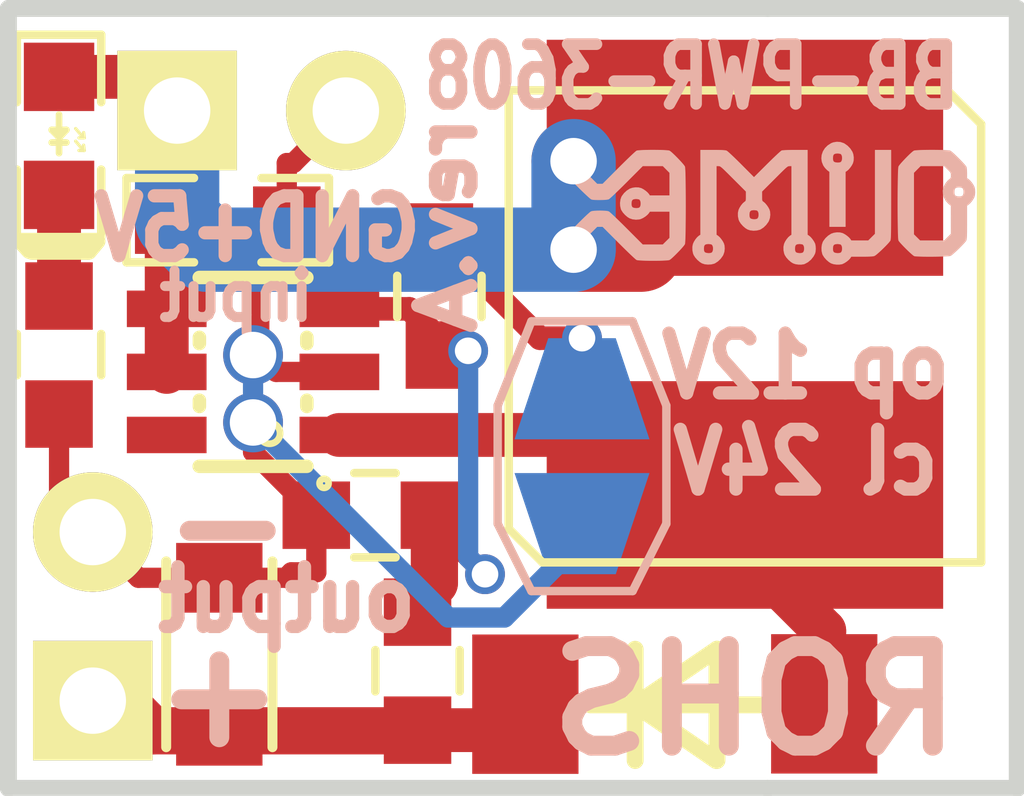
<source format=kicad_pcb>
(kicad_pcb (version 20171130) (host pcbnew "(5.1.12)-1")

  (general
    (thickness 1.6)
    (drawings 16)
    (tracks 84)
    (zones 0)
    (modules 18)
    (nets 9)
  )

  (page A4)
  (layers
    (0 F.Cu signal)
    (31 B.Cu signal hide)
    (32 B.Adhes user)
    (33 F.Adhes user)
    (34 B.Paste user)
    (35 F.Paste user)
    (36 B.SilkS user hide)
    (37 F.SilkS user)
    (38 B.Mask user hide)
    (39 F.Mask user hide)
    (40 Dwgs.User user)
    (41 Cmts.User user hide)
    (42 Eco1.User user hide)
    (43 Eco2.User user hide)
    (44 Edge.Cuts user)
    (45 Margin user hide)
    (46 B.CrtYd user hide)
    (47 F.CrtYd user hide)
    (48 B.Fab user hide)
    (49 F.Fab user hide)
  )

  (setup
    (last_trace_width 0.3048)
    (trace_clearance 0.2)
    (zone_clearance 0.508)
    (zone_45_only no)
    (trace_min 0.2)
    (via_size 0.6)
    (via_drill 0.4)
    (via_min_size 0.4)
    (via_min_drill 0.3)
    (uvia_size 0.3)
    (uvia_drill 0.1)
    (uvias_allowed no)
    (uvia_min_size 0)
    (uvia_min_drill 0)
    (edge_width 0.254)
    (segment_width 0.2)
    (pcb_text_width 0.3)
    (pcb_text_size 1.5 1.5)
    (mod_edge_width 0.15)
    (mod_text_size 1 1)
    (mod_text_width 0.15)
    (pad_size 5.969 3.429)
    (pad_drill 0)
    (pad_to_mask_clearance 0.1)
    (solder_mask_min_width 0.1)
    (aux_axis_origin 0 0)
    (visible_elements 7FFFFFFF)
    (pcbplotparams
      (layerselection 0x00008_00000000)
      (usegerberextensions false)
      (usegerberattributes true)
      (usegerberadvancedattributes true)
      (creategerberjobfile true)
      (excludeedgelayer false)
      (linewidth 0.100000)
      (plotframeref false)
      (viasonmask false)
      (mode 1)
      (useauxorigin false)
      (hpglpennumber 1)
      (hpglpenspeed 20)
      (hpglpendiameter 15.000000)
      (psnegative false)
      (psa4output false)
      (plotreference false)
      (plotvalue false)
      (plotinvisibletext false)
      (padsonsilk false)
      (subtractmaskfromsilk false)
      (outputformat 1)
      (mirror false)
      (drillshape 0)
      (scaleselection 1)
      (outputdirectory ""))
  )

  (net 0 "")
  (net 1 "Net-(C1-Pad1)")
  (net 2 GND)
  (net 3 "Net-(D1-Pad1)")
  (net 4 "Net-(C3-Pad1)")
  (net 5 "Net-(D2-Pad2)")
  (net 6 "Net-(JP1-Pad1)")
  (net 7 "Net-(R1-Pad2)")
  (net 8 "Net-(U1-Pad6)")

  (net_class Default "This is the default net class."
    (clearance 0.2)
    (trace_width 0.3048)
    (via_dia 0.6)
    (via_drill 0.4)
    (uvia_dia 0.3)
    (uvia_drill 0.1)
    (add_net GND)
    (add_net "Net-(C1-Pad1)")
    (add_net "Net-(C3-Pad1)")
    (add_net "Net-(D1-Pad1)")
    (add_net "Net-(D2-Pad2)")
    (add_net "Net-(JP1-Pad1)")
    (add_net "Net-(R1-Pad2)")
    (add_net "Net-(U1-Pad6)")
  )

  (module OLIMEX_Jumpers-FP:HN1x2_Jumper (layer F.Cu) (tedit 559A1850) (tstamp 55701DF4)
    (at 25.781 33.909 90)
    (descr SIP4)
    (tags SIP4)
    (path /5570147E)
    (fp_text reference P2 (at -0.3048 -2.286 90) (layer F.SilkS) hide
      (effects (font (size 1 1) (thickness 0.25)))
    )
    (fp_text value HN1x2 (at 0.4064 2.7686 90) (layer F.Fab) hide
      (effects (font (size 1.1 1.1) (thickness 0.254)))
    )
    (pad 1 thru_hole rect (at -1.27 0 180) (size 1.8 1.8) (drill 1) (layers *.Cu *.Mask F.SilkS)
      (net 4 "Net-(C3-Pad1)") (solder_mask_margin 0.0508) (solder_paste_margin -0.0508))
    (pad 2 thru_hole circle (at 1.27 0 180) (size 1.8 1.8) (drill 1) (layers *.Cu *.Mask F.SilkS)
      (net 2 GND) (solder_mask_margin 0.0508) (solder_paste_margin -0.0508))
    (model Housings_SIP/SIP9_Housing.wrl
      (at (xyz 0 0 0))
      (scale (xyz 0.3937 0.3937 0.3937))
      (rotate (xyz 0 0 0))
    )
  )

  (module OLIMEX_Jumpers-FP:HN1x2_Jumper (layer F.Cu) (tedit 559A189C) (tstamp 55701DEE)
    (at 28.321 26.289)
    (descr SIP4)
    (tags SIP4)
    (path /55700F41)
    (fp_text reference P1 (at 2.413 -2.5908) (layer F.SilkS) hide
      (effects (font (size 1 1) (thickness 0.25)))
    )
    (fp_text value HN1x2 (at 0.4064 2.7686) (layer F.Fab) hide
      (effects (font (size 1.1 1.1) (thickness 0.254)))
    )
    (pad 1 thru_hole rect (at -1.27 0 90) (size 1.8 1.8) (drill 1) (layers *.Cu *.Mask F.SilkS)
      (net 1 "Net-(C1-Pad1)") (solder_mask_margin 0.0508) (solder_paste_margin -0.0508))
    (pad 2 thru_hole circle (at 1.27 0 90) (size 1.8 1.8) (drill 1) (layers *.Cu *.Mask F.SilkS)
      (net 2 GND) (solder_mask_margin 0.0508) (solder_paste_margin -0.0508))
    (model Housings_SIP/SIP9_Housing.wrl
      (at (xyz 0 0 0))
      (scale (xyz 0.3937 0.3937 0.3937))
      (rotate (xyz 0 0 0))
    )
  )

  (module OLIMEX_LEDs-FP:LED_0603_KA (layer F.Cu) (tedit 55702A34) (tstamp 557081AD)
    (at 25.273 26.67 270)
    (descr CCCCC)
    (tags "resistor 0603")
    (path /557024F3)
    (attr smd)
    (fp_text reference D1 (at 0 1.905 270) (layer F.SilkS) hide
      (effects (font (size 1.1 1.1) (thickness 0.254)))
    )
    (fp_text value LED_RED_0603 (at 0 3.048 270) (layer F.Fab) hide
      (effects (font (size 1 1) (thickness 0.15)))
    )
    (fp_line (start -1.524 -0.635) (end -0.508 -0.635) (layer F.SilkS) (width 0.127))
    (fp_line (start -1.524 0.635) (end -0.508 0.635) (layer F.SilkS) (width 0.127))
    (fp_line (start -1.524 -0.635) (end -1.524 0.635) (layer F.SilkS) (width 0.127))
    (fp_line (start 1.524 0.635) (end 0.508 0.635) (layer F.SilkS) (width 0.127))
    (fp_line (start 1.524 -0.635) (end 1.524 0.635) (layer F.SilkS) (width 0.127))
    (fp_line (start 0.508 -0.635) (end 1.524 -0.635) (layer F.SilkS) (width 0.127))
    (fp_line (start -0.32 0) (end 0.26 0) (layer F.SilkS) (width 0.1))
    (fp_line (start -0.09 -0.11) (end -0.09 0.11) (layer F.SilkS) (width 0.1))
    (fp_line (start -0.09 -0.11) (end 0.02 -0.01) (layer F.SilkS) (width 0.1))
    (fp_line (start -0.09 0.11) (end 0.01 0.01) (layer F.SilkS) (width 0.1))
    (fp_line (start 0.1 -0.11) (end 0.1 0.11) (layer F.SilkS) (width 0.1))
    (fp_line (start -0.11 -0.25) (end 0.02 -0.36) (layer F.SilkS) (width 0.05))
    (fp_line (start 0.03 -0.38) (end -0.05 -0.37) (layer F.SilkS) (width 0.05))
    (fp_line (start 0.03 -0.38) (end 0.03 -0.3) (layer F.SilkS) (width 0.05))
    (fp_line (start 0.22 -0.38) (end 0.22 -0.3) (layer F.SilkS) (width 0.05))
    (fp_line (start 0.22 -0.38) (end 0.14 -0.37) (layer F.SilkS) (width 0.05))
    (fp_line (start 0.08 -0.25) (end 0.21 -0.36) (layer F.SilkS) (width 0.05))
    (fp_line (start 1.5875 -0.5715) (end 1.7399 -0.4445) (layer F.SilkS) (width 0.254))
    (fp_line (start 1.5875 0.5715) (end 1.7272 0.4445) (layer F.SilkS) (width 0.254))
    (fp_line (start 1.7399 -0.4191) (end 1.7399 0.4064) (layer F.SilkS) (width 0.254))
    (fp_line (start 1.6129 -0.4445) (end 1.6129 0.3556) (layer F.SilkS) (width 0.254))
    (pad 2 smd rect (at -0.889 0 270) (size 1.03 1.06) (layers F.Cu F.Paste F.Mask)
      (net 1 "Net-(C1-Pad1)"))
    (pad 1 smd rect (at 0.889 0 270) (size 1.03 1.06) (layers F.Cu F.Paste F.Mask)
      (net 3 "Net-(D1-Pad1)"))
    (model Resistors_SMD/R_0603.wrl
      (at (xyz 0 0 0))
      (scale (xyz 1 1 1))
      (rotate (xyz 0 0 0))
    )
  )

  (module kicad_wrk:C_0603 (layer F.Cu) (tedit 559A189D) (tstamp 55701DD0)
    (at 27.813 27.94)
    (descr "Resistor SMD 0603, reflow soldering, Vishay (see dcrcw.pdf)")
    (tags "resistor 0603")
    (path /55700F73)
    (attr smd)
    (fp_text reference C1 (at 0.3048 -3.7846) (layer F.SilkS) hide
      (effects (font (size 1 1) (thickness 0.15)))
    )
    (fp_text value 22uF/6.3V (at -0.127 3.175) (layer F.SilkS) hide
      (effects (font (size 1 1) (thickness 0.15)))
    )
    (fp_line (start -1.524 -0.635) (end -0.508 -0.635) (layer F.SilkS) (width 0.127))
    (fp_line (start -1.524 0.635) (end -0.508 0.635) (layer F.SilkS) (width 0.127))
    (fp_line (start -1.524 -0.635) (end -1.524 0.635) (layer F.SilkS) (width 0.127))
    (fp_line (start 1.524 0.635) (end 0.508 0.635) (layer F.SilkS) (width 0.127))
    (fp_line (start 1.524 -0.635) (end 1.524 0.635) (layer F.SilkS) (width 0.127))
    (fp_line (start 0.508 -0.635) (end 1.524 -0.635) (layer F.SilkS) (width 0.127))
    (pad 1 smd rect (at -0.889 0) (size 1.016 1.016) (layers F.Cu F.Paste F.Mask)
      (net 1 "Net-(C1-Pad1)"))
    (pad 2 smd rect (at 0.889 0) (size 1.016 1.016) (layers F.Cu F.Paste F.Mask)
      (net 2 GND))
    (model Resistors_SMD/R_0603.wrl
      (at (xyz 0 0 0))
      (scale (xyz 1 1 1))
      (rotate (xyz 0 0 0))
    )
  )

  (module OLIMEX_RLC-FP:R_0603_DWS (layer F.Cu) (tedit 559A188F) (tstamp 55701DFA)
    (at 30.6705 34.7345 90)
    (descr "Resistor SMD 0603, reflow soldering, Vishay (see dcrcw.pdf)")
    (tags "resistor 0603")
    (path /5570124B)
    (attr smd)
    (fp_text reference R1 (at -2.6035 0.0381 180) (layer F.SilkS) hide
      (effects (font (size 1.1 1.1) (thickness 0.254)))
    )
    (fp_text value "39K 1%" (at 0 12.573 90) (layer F.Fab) hide
      (effects (font (size 1 1) (thickness 0.15)))
    )
    (fp_line (start -1.524 -0.635) (end -0.508 -0.635) (layer Dwgs.User) (width 0.127))
    (fp_line (start -1.524 0.635) (end -0.508 0.635) (layer Dwgs.User) (width 0.127))
    (fp_line (start -1.524 -0.635) (end -1.524 0.635) (layer Dwgs.User) (width 0.127))
    (fp_line (start 1.524 0.635) (end 0.508 0.635) (layer Dwgs.User) (width 0.127))
    (fp_line (start 1.524 -0.635) (end 1.524 0.635) (layer Dwgs.User) (width 0.127))
    (fp_line (start 0.508 -0.635) (end 1.524 -0.635) (layer Dwgs.User) (width 0.127))
    (fp_line (start -0.3048 -0.635) (end 0.3175 -0.635) (layer F.SilkS) (width 0.127))
    (fp_line (start -0.3048 0.635) (end 0.3175 0.635) (layer F.SilkS) (width 0.127))
    (pad 1 smd rect (at -0.889 0 90) (size 1.016 1.016) (layers F.Cu F.Paste F.Mask)
      (net 4 "Net-(C3-Pad1)") (solder_mask_margin 0.0508) (solder_paste_margin -0.0508) (clearance 0.0508))
    (pad 2 smd rect (at 0.889 0 90) (size 1.016 1.016) (layers F.Cu F.Paste F.Mask)
      (net 7 "Net-(R1-Pad2)") (solder_mask_margin 0.0508) (solder_paste_margin -0.0508) (clearance 0.0508))
    (model Resistors_SMD/R_0603.wrl
      (at (xyz 0 0 0))
      (scale (xyz 1 1 1))
      (rotate (xyz 0 0 0))
    )
  )

  (module OLIMEX_RLC-FP:R_0603_DWS (layer F.Cu) (tedit 559A1886) (tstamp 55701)
    (at 30.0355 32.385 180)
    (descr "Resistor SMD 0603, reflow soldering, Vishay (see dcrcw.pdf)")
    (tags "resistor 0603")
    (path /5570126C)
    (attr smd)
    (fp_text reference R2 (at 0.0127 -0.0254 180) (layer F.SilkS) hide
      (effects (font (size 1.1 1.1) (thickness 0.254)))
    )
    (fp_text value "1.05K 1%" (at 0.635 -7.493 180) (layer F.Fab) hide
      (effects (font (size 1 1) (thickness 0.15)))
    )
    (fp_line (start -1.524 -0.635) (end -0.508 -0.635) (layer Dwgs.User) (width 0.127))
    (fp_line (start -1.524 0.635) (end -0.508 0.635) (layer Dwgs.User) (width 0.127))
    (fp_line (start -1.524 -0.635) (end -1.524 0.635) (layer Dwgs.User) (width 0.127))
    (fp_line (start 1.524 0.635) (end 0.508 0.635) (layer Dwgs.User) (width 0.127))
    (fp_line (start 1.524 -0.635) (end 1.524 0.635) (layer Dwgs.User) (width 0.127))
    (fp_line (start 0.508 -0.635) (end 1.524 -0.635) (layer Dwgs.User) (width 0.127))
    (fp_line (start -0.3048 -0.635) (end 0.3175 -0.635) (layer F.SilkS) (width 0.127))
    (fp_line (start -0.3048 0.635) (end 0.3175 0.635) (layer F.SilkS) (width 0.127))
    (pad 1 smd rect (at -0.889 0 180) (size 1.016 1.016) (layers F.Cu F.Paste F.Mask)
      (net 7 "Net-(R1-Pad2)") (solder_mask_margin 0.0508) (solder_paste_margin -0.0508) (clearance 0.0508))
    (pad 2 smd rect (at 0.889 0 180) (size 1.016 1.016) (layers F.Cu F.Paste F.Mask)
      (net 2 GND) (solder_mask_margin 0.0508) (solder_paste_margin -0.0508) (clearance 0.0508))
    (model Resistors_SMD/R_0603.wrl
      (at (xyz 0 0 0))
      (scale (xyz 1 1 1))
      (rotate (xyz 0 0 0))
    )
  )

  (module OLIMEX_RLC-FP:R_0603_DWS (layer F.Cu) (tedit 559A1854) (tstamp 557081BB)
    (at 25.273 29.972 90)
    (descr "Resistor SMD 0603, reflow soldering, Vishay (see dcrcw.pdf)")
    (tags "resistor 0603")
    (path /5570251F)
    (attr smd)
    (fp_text reference R3 (at 0.0508 -1.7526 90) (layer F.SilkS) hide
      (effects (font (size 1.1 1.1) (thickness 0.254)))
    )
    (fp_text value 2.2K (at -0.127 -3.937 90) (layer F.Fab) hide
      (effects (font (size 1 1) (thickness 0.15)))
    )
    (fp_line (start -1.524 -0.635) (end -0.508 -0.635) (layer Dwgs.User) (width 0.127))
    (fp_line (start -1.524 0.635) (end -0.508 0.635) (layer Dwgs.User) (width 0.127))
    (fp_line (start -1.524 -0.635) (end -1.524 0.635) (layer Dwgs.User) (width 0.127))
    (fp_line (start 1.524 0.635) (end 0.508 0.635) (layer Dwgs.User) (width 0.127))
    (fp_line (start 1.524 -0.635) (end 1.524 0.635) (layer Dwgs.User) (width 0.127))
    (fp_line (start 0.508 -0.635) (end 1.524 -0.635) (layer Dwgs.User) (width 0.127))
    (fp_line (start -0.3048 -0.635) (end 0.3175 -0.635) (layer F.SilkS) (width 0.127))
    (fp_line (start -0.3048 0.635) (end 0.3175 0.635) (layer F.SilkS) (width 0.127))
    (pad 1 smd rect (at -0.889 0 90) (size 1.016 1.016) (layers F.Cu F.Paste F.Mask)
      (net 2 GND) (solder_mask_margin 0.0508) (solder_paste_margin -0.0508) (clearance 0.0508))
    (pad 2 smd rect (at 0.889 0 90) (size 1.016 1.016) (layers F.Cu F.Paste F.Mask)
      (net 3 "Net-(D1-Pad1)") (solder_mask_margin 0.0508) (solder_paste_margin -0.0508) (clearance 0.0508))
    (model Resistors_SMD/R_0603.wrl
      (at (xyz 0 0 0))
      (scale (xyz 1 1 1))
      (rotate (xyz 0 0 0))
    )
  )

  (module OLIMEX_Other-FP:via_09_07 (layer F.Cu) (tedit 559A186F) (tstamp 5570B846)
    (at 33.02 27.051 180)
    (fp_text reference Ref**_4 (at -8.6868 1.4732 180) (layer F.SilkS) hide
      (effects (font (size 1 1) (thickness 0.15)))
    )
    (fp_text value Val** (at 0 -0.7874 180) (layer F.Fab) hide
      (effects (font (size 1 1) (thickness 0.15)))
    )
    (pad 0 thru_hole circle (at 0 0 180) (size 0.8382 0.8382) (drill 0.7) (layers *.Cu)
      (net 1 "Net-(C1-Pad1)") (zone_connect 2))
  )

  (module OLIMEX_Other-FP:via_09_07 (layer F.Cu) (tedit 559A1872) (tstamp 5570B89F)
    (at 33.02 28.321 180)
    (fp_text reference Ref**_3 (at -8.9662 1.397 180) (layer F.SilkS) hide
      (effects (font (size 1 1) (thickness 0.15)))
    )
    (fp_text value Val** (at 0 -0.7874 180) (layer F.Fab) hide
      (effects (font (size 1 1) (thickness 0.15)))
    )
    (pad 0 thru_hole circle (at 0 -0.0635 180) (size 0.9 0.9) (drill 0.7) (layers *.Cu)
      (net 1 "Net-(C1-Pad1)") (zone_connect 2))
  )

  (module OLIMEX_LOGOs-FP:LOGO_OLIMEX_80 (layer B.Cu) (tedit 550FAFDC) (tstamp 5570E85A)
    (at 35.8775 27.686 180)
    (fp_text reference Noname_1 (at 0 0 180) (layer B.SilkS) hide
      (effects (font (size 1.524 1.524) (thickness 0.3)) (justify mirror))
    )
    (fp_text value "" (at 0.75 0 180) (layer B.SilkS) hide
      (effects (font (size 1.524 1.524) (thickness 0.3)) (justify mirror))
    )
    (fp_poly (pts (xy -0.877027 0.677084) (xy -0.884353 0.623998) (xy -0.90512 0.572934) (xy -0.923467 0.545138)
      (xy -0.943238 0.522204) (xy -0.964684 0.501389) (xy -0.972909 0.494705) (xy -0.9978 0.47625)
      (xy -0.99801 0.062865) (xy -0.99822 -0.35052) (xy -1.04394 -0.35052) (xy -1.04394 0.68199)
      (xy -1.047007 0.716185) (xy -1.057575 0.738242) (xy -1.077698 0.750257) (xy -1.109429 0.754325)
      (xy -1.114874 0.75438) (xy -1.140529 0.752605) (xy -1.161358 0.748072) (xy -1.168632 0.744651)
      (xy -1.181853 0.726655) (xy -1.188833 0.700109) (xy -1.189563 0.670333) (xy -1.184032 0.64265)
      (xy -1.172232 0.622383) (xy -1.168862 0.619497) (xy -1.148757 0.611714) (xy -1.121251 0.609164)
      (xy -1.09248 0.611551) (xy -1.06858 0.618574) (xy -1.05918 0.62484) (xy -1.049325 0.639524)
      (xy -1.044725 0.660981) (xy -1.04394 0.68199) (xy -1.04394 -0.35052) (xy -1.11633 -0.35052)
      (xy -1.23444 -0.35052) (xy -1.234462 0.062865) (xy -1.234484 0.47625) (xy -1.257799 0.49149)
      (xy -1.280587 0.511148) (xy -1.305268 0.539897) (xy -1.32799 0.572712) (xy -1.344904 0.604568)
      (xy -1.345451 0.605862) (xy -1.355908 0.647135) (xy -1.357114 0.694301) (xy -1.34936 0.741375)
      (xy -1.337265 0.774204) (xy -1.306381 0.82234) (xy -1.264933 0.865293) (xy -1.217559 0.898391)
      (xy -1.210243 0.902209) (xy -1.160723 0.918858) (xy -1.107247 0.923004) (xy -1.054573 0.914645)
      (xy -1.022417 0.902209) (xy -0.970933 0.869287) (xy -0.930093 0.828295) (xy -0.900456 0.781252)
      (xy -0.882581 0.730175) (xy -0.877027 0.677084)) (layer B.SilkS) (width 0.009))
    (fp_poly (pts (xy -2.025681 -0.010469) (xy -2.025804 -0.091315) (xy -2.026172 -0.170484) (xy -2.026785 -0.246439)
      (xy -2.027644 -0.317645) (xy -2.028749 -0.382565) (xy -2.0301 -0.439665) (xy -2.031699 -0.487407)
      (xy -2.033545 -0.524258) (xy -2.035639 -0.54868) (xy -2.037564 -0.55841) (xy -2.046923 -0.572554)
      (xy -2.065292 -0.594533) (xy -2.090489 -0.622183) (xy -2.120328 -0.653335) (xy -2.152626 -0.685824)
      (xy -2.185198 -0.717484) (xy -2.215862 -0.746148) (xy -2.242432 -0.76965) (xy -2.262726 -0.785824)
      (xy -2.26314 -0.786073) (xy -2.26314 -0.46907) (xy -2.26314 -0.004221) (xy -2.26314 0.460628)
      (xy -2.314371 0.512254) (xy -2.365601 0.56388) (xy -2.544684 0.56388) (xy -2.723768 0.56388)
      (xy -2.775394 0.512649) (xy -2.799286 0.488642) (xy -2.814364 0.471679) (xy -2.822656 0.458094)
      (xy -2.826188 0.44422) (xy -2.826988 0.426391) (xy -2.826998 0.419304) (xy -2.826183 0.394307)
      (xy -2.822334 0.379224) (xy -2.813293 0.368757) (xy -2.803661 0.36195) (xy -2.778993 0.340557)
      (xy -2.753557 0.309955) (xy -2.731257 0.275439) (xy -2.71648 0.243698) (xy -2.7056 0.190908)
      (xy -2.708404 0.136674) (xy -2.723955 0.083848) (xy -2.751316 0.035283) (xy -2.789551 -0.006166)
      (xy -2.801709 -0.015835) (xy -2.8266 -0.03429) (xy -2.82681 -0.247459) (xy -2.82702 -0.460627)
      (xy -2.775789 -0.512254) (xy -2.724559 -0.56388) (xy -2.541679 -0.56388) (xy -2.3588 -0.56388)
      (xy -2.31097 -0.516475) (xy -2.26314 -0.46907) (xy -2.26314 -0.786073) (xy -2.273161 -0.792102)
      (xy -2.28819 -0.794766) (xy -2.316033 -0.796904) (xy -2.354405 -0.798531) (xy -2.401022 -0.79966)
      (xy -2.4536 -0.800304) (xy -2.509856 -0.800478) (xy -2.567503 -0.800195) (xy -2.62426 -0.79947)
      (xy -2.67784 -0.798314) (xy -2.725961 -0.796743) (xy -2.766337 -0.79477) (xy -2.796686 -0.792409)
      (xy -2.814721 -0.789672) (xy -2.817252 -0.788842) (xy -2.832298 -0.779161) (xy -2.85525 -0.760578)
      (xy -2.87274 -0.745121) (xy -2.87274 0.17145) (xy -2.875807 0.205645) (xy -2.886375 0.227702)
      (xy -2.906498 0.239717) (xy -2.938229 0.243785) (xy -2.943674 0.24384) (xy -2.969329 0.242065)
      (xy -2.990158 0.237532) (xy -2.997432 0.234111) (xy -3.010653 0.216115) (xy -3.017633 0.189569)
      (xy -3.018363 0.159793) (xy -3.012832 0.13211) (xy -3.001032 0.111843) (xy -2.997662 0.108957)
      (xy -2.977557 0.101174) (xy -2.950051 0.098624) (xy -2.92128 0.101011) (xy -2.89738 0.108034)
      (xy -2.88798 0.1143) (xy -2.878125 0.128984) (xy -2.873525 0.150441) (xy -2.87274 0.17145)
      (xy -2.87274 -0.745121) (xy -2.883858 -0.735295) (xy -2.915873 -0.705509) (xy -2.949047 -0.673423)
      (xy -2.981128 -0.641234) (xy -3.009869 -0.611144) (xy -3.03302 -0.585352) (xy -3.048331 -0.566058)
      (xy -3.052864 -0.55841) (xy -3.055891 -0.547799) (xy -3.058313 -0.530833) (xy -3.060185 -0.506081)
      (xy -3.061561 -0.472113) (xy -3.062495 -0.427498) (xy -3.063042 -0.370806) (xy -3.063254 -0.300605)
      (xy -3.063262 -0.28409) (xy -3.063284 -0.03429) (xy -3.086599 -0.01905) (xy -3.109387 0.000608)
      (xy -3.134068 0.029357) (xy -3.15679 0.062172) (xy -3.173704 0.094028) (xy -3.174251 0.095322)
      (xy -3.182502 0.127227) (xy -3.185645 0.166704) (xy -3.183683 0.206965) (xy -3.176614 0.241225)
      (xy -3.174251 0.247578) (xy -3.15768 0.279277) (xy -3.135131 0.312155) (xy -3.110456 0.341187)
      (xy -3.087504 0.361348) (xy -3.086599 0.36195) (xy -3.063284 0.37719) (xy -3.063262 0.450989)
      (xy -3.062435 0.485581) (xy -3.060239 0.516613) (xy -3.057065 0.539411) (xy -3.055244 0.546239)
      (xy -3.046782 0.559575) (xy -3.029189 0.581051) (xy -3.004585 0.608527) (xy -2.975092 0.639868)
      (xy -2.942832 0.672933) (xy -2.909924 0.705586) (xy -2.878492 0.735688) (xy -2.850656 0.761101)
      (xy -2.828538 0.779687) (xy -2.814258 0.789308) (xy -2.81393 0.789455) (xy -2.798663 0.792683)
      (xy -2.77048 0.795387) (xy -2.731695 0.797566) (xy -2.684623 0.799218) (xy -2.631579 0.800344)
      (xy -2.574877 0.800941) (xy -2.516833 0.801009) (xy -2.45976 0.800546) (xy -2.405974 0.799552)
      (xy -2.35779 0.798024) (xy -2.317521 0.795962) (xy -2.287483 0.793365) (xy -2.269991 0.790232)
      (xy -2.26861 0.789724) (xy -2.253989 0.780108) (xy -2.231595 0.761237) (xy -2.203632 0.735376)
      (xy -2.172302 0.704789) (xy -2.139808 0.671743) (xy -2.108354 0.638502) (xy -2.080142 0.607333)
      (xy -2.057375 0.580501) (xy -2.042257 0.560271) (xy -2.037844 0.552415) (xy -2.035538 0.539256)
      (xy -2.033473 0.512417) (xy -2.03165 0.473435) (xy -2.030069 0.423844) (xy -2.028729 0.365181)
      (xy -2.027633 0.298981) (xy -2.026779 0.226781) (xy -2.026169 0.150115) (xy -2.025803 0.07052)
      (xy -2.025681 -0.010469)) (layer B.SilkS) (width 0.009))
    (fp_poly (pts (xy 3.182302 -0.672094) (xy 3.180114 -0.720273) (xy 3.170154 -0.763558) (xy 3.164205 -0.777742)
      (xy 3.140667 -0.814381) (xy 3.107921 -0.850932) (xy 3.07102 -0.88235) (xy 3.040882 -0.9009)
      (xy 3.01752 -0.908751) (xy 3.01752 -0.68199) (xy 3.014454 -0.647795) (xy 3.003885 -0.625738)
      (xy 2.983762 -0.613723) (xy 2.952031 -0.609655) (xy 2.946586 -0.6096) (xy 2.920931 -0.611375)
      (xy 2.900102 -0.615908) (xy 2.892828 -0.619329) (xy 2.879607 -0.637325) (xy 2.872627 -0.663871)
      (xy 2.871897 -0.693647) (xy 2.877428 -0.72133) (xy 2.889228 -0.741597) (xy 2.892597 -0.744483)
      (xy 2.912703 -0.752266) (xy 2.940209 -0.754816) (xy 2.96898 -0.752429) (xy 2.99288 -0.745406)
      (xy 3.00228 -0.73914) (xy 3.012135 -0.724456) (xy 3.016735 -0.702999) (xy 3.01752 -0.68199)
      (xy 3.01752 -0.908751) (xy 3.005252 -0.912874) (xy 2.962496 -0.91929) (xy 2.918877 -0.919784)
      (xy 2.880657 -0.913993) (xy 2.870634 -0.91077) (xy 2.820767 -0.884326) (xy 2.775409 -0.846044)
      (xy 2.73796 -0.799288) (xy 2.715783 -0.757577) (xy 2.707614 -0.725803) (xy 2.704589 -0.686414)
      (xy 2.706685 -0.646131) (xy 2.713879 -0.611675) (xy 2.716314 -0.605133) (xy 2.72848 -0.576015)
      (xy 2.61592 -0.463267) (xy 2.503361 -0.35052) (xy 2.461311 -0.35052) (xy 2.419261 -0.35052)
      (xy 2.175465 -0.595123) (xy 2.124437 -0.646019) (xy 2.075963 -0.693788) (xy 2.031248 -0.737287)
      (xy 1.991496 -0.775369) (xy 1.957911 -0.806888) (xy 1.931696 -0.830701) (xy 1.914057 -0.84566)
      (xy 1.90715 -0.850393) (xy 1.891417 -0.853808) (xy 1.862922 -0.856628) (xy 1.824134 -0.858854)
      (xy 1.777518 -0.860484) (xy 1.725543 -0.861516) (xy 1.670675 -0.861948) (xy 1.615381 -0.86178)
      (xy 1.562129 -0.861009) (xy 1.513386 -0.859635) (xy 1.471618 -0.857655) (xy 1.439294 -0.855069)
      (xy 1.41888 -0.851874) (xy 1.41517 -0.850684) (xy 1.400549 -0.841068) (xy 1.378155 -0.822197)
      (xy 1.350192 -0.796336) (xy 1.318862 -0.765749) (xy 1.286368 -0.732703) (xy 1.254914 -0.699462)
      (xy 1.226702 -0.668293) (xy 1.203935 -0.641461) (xy 1.188817 -0.621231) (xy 1.184404 -0.613375)
      (xy 1.182119 -0.600253) (xy 1.18007 -0.573392) (xy 1.178257 -0.534292) (xy 1.176681 -0.484453)
      (xy 1.175342 -0.425374) (xy 1.174239 -0.358556) (xy 1.173373 -0.285497) (xy 1.172744 -0.207698)
      (xy 1.172351 -0.126658) (xy 1.172194 -0.043877) (xy 1.172275 0.039146) (xy 1.172591 0.120911)
      (xy 1.173145 0.199918) (xy 1.173935 0.274667) (xy 1.174961 0.34366) (xy 1.176224 0.405396)
      (xy 1.177724 0.458375) (xy 1.17946 0.501099) (xy 1.181433 0.532067) (xy 1.183642 0.549779)
      (xy 1.184404 0.552415) (xy 1.19404 0.567744) (xy 1.212609 0.590998) (xy 1.23791 0.619911)
      (xy 1.267739 0.652217) (xy 1.299894 0.685652) (xy 1.332171 0.71795) (xy 1.362367 0.746845)
      (xy 1.38828 0.770072) (xy 1.407706 0.785365) (xy 1.41517 0.789724) (xy 1.431101 0.793119)
      (xy 1.459757 0.795907) (xy 1.498674 0.798087) (xy 1.545382 0.799661) (xy 1.597415 0.800631)
      (xy 1.652307 0.800999) (xy 1.707589 0.800765) (xy 1.760794 0.799932) (xy 1.809456 0.7985)
      (xy 1.851107 0.796471) (xy 1.883281 0.793847) (xy 1.903509 0.790628) (xy 1.90715 0.789433)
      (xy 1.917514 0.781921) (xy 1.937362 0.764691) (xy 1.96549 0.738888) (xy 2.000695 0.705657)
      (xy 2.041772 0.666145) (xy 2.087517 0.621496) (xy 2.136727 0.572856) (xy 2.175465 0.534163)
      (xy 2.419261 0.28956) (xy 2.461311 0.28956) (xy 2.503361 0.28956) (xy 2.61592 0.402308)
      (xy 2.72848 0.515055) (xy 2.716314 0.544173) (xy 2.705577 0.586339) (xy 2.704378 0.63419)
      (xy 2.71244 0.681756) (xy 2.724195 0.713244) (xy 2.755079 0.76138) (xy 2.796527 0.804333)
      (xy 2.843901 0.837431) (xy 2.851217 0.841249) (xy 2.900737 0.857898) (xy 2.954213 0.862044)
      (xy 3.006887 0.853685) (xy 3.039043 0.841249) (xy 3.083471 0.812703) (xy 3.123961 0.774877)
      (xy 3.155706 0.732516) (xy 3.163452 0.718337) (xy 3.173498 0.694074) (xy 3.179052 0.668741)
      (xy 3.181201 0.636441) (xy 3.18135 0.62103) (xy 3.177866 0.571049) (xy 3.166083 0.529556)
      (xy 3.144006 0.491811) (xy 3.111366 0.454794) (xy 3.064104 0.416187) (xy 3.01752 0.393966)
      (xy 3.01752 0.62103) (xy 3.014454 0.655225) (xy 3.003885 0.677282) (xy 2.983762 0.689297)
      (xy 2.952031 0.693365) (xy 2.946586 0.69342) (xy 2.920931 0.691645) (xy 2.900102 0.687112)
      (xy 2.892828 0.683691) (xy 2.879607 0.665695) (xy 2.872627 0.639149) (xy 2.871897 0.609373)
      (xy 2.877428 0.58169) (xy 2.889228 0.561423) (xy 2.892597 0.558537) (xy 2.912703 0.550754)
      (xy 2.940209 0.548204) (xy 2.96898 0.550591) (xy 2.99288 0.557614) (xy 3.00228 0.56388)
      (xy 3.012135 0.578564) (xy 3.016735 0.600021) (xy 3.01752 0.62103) (xy 3.01752 0.393966)
      (xy 3.013808 0.392195) (xy 2.964594 0.382654) (xy 2.92227 0.379491) (xy 2.76606 0.2244)
      (xy 2.725079 0.184164) (xy 2.686617 0.147251) (xy 2.652256 0.115115) (xy 2.623578 0.089207)
      (xy 2.602163 0.070977) (xy 2.589594 0.061879) (xy 2.588399 0.061325) (xy 2.569362 0.05743)
      (xy 2.539132 0.054803) (xy 2.501425 0.053406) (xy 2.459957 0.053199) (xy 2.418445 0.054145)
      (xy 2.380604 0.056205) (xy 2.35015 0.059341) (xy 2.3308 0.063513) (xy 2.32957 0.064007)
      (xy 2.319206 0.071519) (xy 2.299358 0.088749) (xy 2.27123 0.114552) (xy 2.236025 0.147783)
      (xy 2.194948 0.187295) (xy 2.149203 0.231944) (xy 2.099993 0.280584) (xy 2.061255 0.319277)
      (xy 1.817459 0.56388) (xy 1.66481 0.56388) (xy 1.512161 0.56388) (xy 1.460931 0.512254)
      (xy 1.4097 0.460628) (xy 1.4097 0.287464) (xy 1.4097 0.1143) (xy 1.560195 0.114322)
      (xy 1.71069 0.114344) (xy 1.72593 0.137659) (xy 1.745326 0.160163) (xy 1.773717 0.184655)
      (xy 1.806041 0.207238) (xy 1.837237 0.224014) (xy 1.839163 0.224835) (xy 1.878013 0.23469)
      (xy 1.923431 0.236449) (xy 1.969267 0.230414) (xy 2.009371 0.216888) (xy 2.010343 0.216409)
      (xy 2.054771 0.187863) (xy 2.095261 0.150037) (xy 2.127006 0.107676) (xy 2.134752 0.093497)
      (xy 2.14804 0.053252) (xy 2.153602 0.006086) (xy 2.151414 -0.042093) (xy 2.141454 -0.085378)
      (xy 2.135505 -0.099562) (xy 2.112011 -0.136149) (xy 2.079355 -0.172619) (xy 2.042561 -0.203954)
      (xy 2.012182 -0.222616) (xy 1.98882 -0.230398) (xy 1.98882 -0.00381) (xy 1.985754 0.030385)
      (xy 1.975185 0.052442) (xy 1.955062 0.064457) (xy 1.923331 0.068525) (xy 1.917886 0.06858)
      (xy 1.892231 0.066805) (xy 1.871402 0.062272) (xy 1.864128 0.058851) (xy 1.850907 0.040855)
      (xy 1.843927 0.014309) (xy 1.843197 -0.015467) (xy 1.848728 -0.04315) (xy 1.860528 -0.063417)
      (xy 1.863897 -0.066303) (xy 1.884003 -0.074086) (xy 1.911509 -0.076636) (xy 1.94028 -0.074249)
      (xy 1.96418 -0.067226) (xy 1.97358 -0.06096) (xy 1.983435 -0.046276) (xy 1.988035 -0.024819)
      (xy 1.98882 -0.00381) (xy 1.98882 -0.230398) (xy 1.969263 -0.236912) (xy 1.92066 -0.242798)
      (xy 1.873111 -0.239826) (xy 1.8478 -0.233572) (xy 1.81286 -0.217662) (xy 1.777246 -0.194849)
      (xy 1.746185 -0.168921) (xy 1.72593 -0.145279) (xy 1.71069 -0.121964) (xy 1.560195 -0.121942)
      (xy 1.4097 -0.12192) (xy 1.4097 -0.322149) (xy 1.4097 -0.522379) (xy 1.461326 -0.573609)
      (xy 1.512952 -0.62484) (xy 1.665206 -0.62484) (xy 1.817459 -0.62484) (xy 2.061255 -0.380237)
      (xy 2.112283 -0.329341) (xy 2.160757 -0.281572) (xy 2.205472 -0.238073) (xy 2.245224 -0.199991)
      (xy 2.278809 -0.168471) (xy 2.305024 -0.144659) (xy 2.322663 -0.1297) (xy 2.32957 -0.124967)
      (xy 2.349377 -0.120076) (xy 2.380554 -0.116587) (xy 2.419296 -0.1145) (xy 2.461795 -0.113815)
      (xy 2.504248 -0.114532) (xy 2.542849 -0.116652) (xy 2.573791 -0.120174) (xy 2.59295 -0.124957)
      (xy 2.60462 -0.133043) (xy 2.625292 -0.150536) (xy 2.653337 -0.175926) (xy 2.687123 -0.207701)
      (xy 2.725021 -0.244352) (xy 2.765398 -0.284368) (xy 2.769799 -0.288787) (xy 2.922127 -0.44196)
      (xy 2.960707 -0.44196) (xy 3.005054 -0.448929) (xy 3.05037 -0.46836) (xy 3.093514 -0.498042)
      (xy 3.131342 -0.535763) (xy 3.160713 -0.579309) (xy 3.163452 -0.584683) (xy 3.17674 -0.624928)
      (xy 3.182302 -0.672094)) (layer B.SilkS) (width 0.009))
    (fp_poly (pts (xy 1.065057 -0.657021) (xy 1.064454 -0.705796) (xy 1.05517 -0.752946) (xy 1.045576 -0.777742)
      (xy 1.022415 -0.814127) (xy 0.989912 -0.850594) (xy 0.953084 -0.882112) (xy 0.922522 -0.901065)
      (xy 0.89916 -0.908681) (xy 0.89916 -0.68199) (xy 0.896093 -0.647795) (xy 0.885525 -0.625738)
      (xy 0.865402 -0.613723) (xy 0.833671 -0.609655) (xy 0.828226 -0.6096) (xy 0.802571 -0.611375)
      (xy 0.781742 -0.615908) (xy 0.774468 -0.619329) (xy 0.761247 -0.637325) (xy 0.754267 -0.663871)
      (xy 0.753537 -0.693647) (xy 0.759068 -0.72133) (xy 0.770868 -0.741597) (xy 0.774238 -0.744483)
      (xy 0.794343 -0.752266) (xy 0.821849 -0.754816) (xy 0.85062 -0.752429) (xy 0.87452 -0.745406)
      (xy 0.88392 -0.73914) (xy 0.893775 -0.724456) (xy 0.898375 -0.702999) (xy 0.89916 -0.68199)
      (xy 0.89916 -0.908681) (xy 0.882719 -0.914041) (xy 0.835735 -0.919235) (xy 0.787475 -0.916672)
      (xy 0.74385 -0.906373) (xy 0.729463 -0.900312) (xy 0.686301 -0.872247) (xy 0.646304 -0.833753)
      (xy 0.614119 -0.78957) (xy 0.605835 -0.774204) (xy 0.591288 -0.731365) (xy 0.585474 -0.683759)
      (xy 0.588683 -0.637372) (xy 0.597649 -0.605862) (xy 0.61422 -0.574163) (xy 0.636769 -0.541285)
      (xy 0.661444 -0.512253) (xy 0.684396 -0.492092) (xy 0.685301 -0.49149) (xy 0.708616 -0.47625)
      (xy 0.708638 0.043815) (xy 0.70866 0.56388) (xy 0.676219 0.56388) (xy 0.667486 0.563673)
      (xy 0.659286 0.562356) (xy 0.650402 0.558888) (xy 0.639618 0.552225) (xy 0.625714 0.541327)
      (xy 0.607476 0.52515) (xy 0.583683 0.502653) (xy 0.553121 0.472792) (xy 0.514571 0.434527)
      (xy 0.466816 0.386814) (xy 0.451429 0.37142) (xy 0.25908 0.17896) (xy 0.259102 0.106625)
      (xy 0.259267 0.073001) (xy 0.260354 0.051158) (xy 0.263283 0.037639) (xy 0.268977 0.028985)
      (xy 0.278356 0.021737) (xy 0.282439 0.01905) (xy 0.307862 -0.003062) (xy 0.333698 -0.034597)
      (xy 0.356162 -0.070331) (xy 0.370732 -0.10282) (xy 0.379257 -0.146481) (xy 0.378654 -0.195256)
      (xy 0.36937 -0.242406) (xy 0.359776 -0.267202) (xy 0.336615 -0.303587) (xy 0.304112 -0.340053)
      (xy 0.267284 -0.371572) (xy 0.236722 -0.390524) (xy 0.21336 -0.398141) (xy 0.21336 -0.17145)
      (xy 0.210293 -0.137255) (xy 0.199725 -0.115198) (xy 0.179602 -0.103183) (xy 0.147871 -0.099115)
      (xy 0.142426 -0.09906) (xy 0.116771 -0.100835) (xy 0.095942 -0.105368) (xy 0.088668 -0.108789)
      (xy 0.075447 -0.126785) (xy 0.068467 -0.153331) (xy 0.067737 -0.183107) (xy 0.073268 -0.21079)
      (xy 0.085068 -0.231057) (xy 0.088438 -0.233943) (xy 0.108543 -0.241726) (xy 0.136049 -0.244276)
      (xy 0.16482 -0.241889) (xy 0.18872 -0.234866) (xy 0.19812 -0.2286) (xy 0.207975 -0.213916)
      (xy 0.212575 -0.192459) (xy 0.21336 -0.17145) (xy 0.21336 -0.398141) (xy 0.196919 -0.403501)
      (xy 0.149935 -0.408695) (xy 0.101675 -0.406132) (xy 0.05805 -0.395833) (xy 0.043664 -0.389772)
      (xy 0.000501 -0.361707) (xy -0.039496 -0.323213) (xy -0.071681 -0.27903) (xy -0.079965 -0.263664)
      (xy -0.094512 -0.220825) (xy -0.100326 -0.173219) (xy -0.097117 -0.126832) (xy -0.088151 -0.095322)
      (xy -0.07158 -0.063623) (xy -0.049031 -0.030745) (xy -0.024356 -0.001713) (xy -0.001404 0.018448)
      (xy -0.000499 0.01905) (xy 0.010306 0.026595) (xy 0.01712 0.0344) (xy 0.020864 0.045922)
      (xy 0.02246 0.064621) (xy 0.022828 0.093954) (xy 0.022838 0.106625) (xy 0.02286 0.17896)
      (xy -0.169489 0.37142) (xy -0.220076 0.422001) (xy -0.261113 0.46284) (xy -0.293817 0.494978)
      (xy -0.319406 0.519457) (xy -0.339096 0.537321) (xy -0.354105 0.54961) (xy -0.36565 0.557368)
      (xy -0.374949 0.561636) (xy -0.383219 0.563457) (xy -0.391677 0.563873) (xy -0.394279 0.56388)
      (xy -0.42672 0.56388) (xy -0.426698 0.043815) (xy -0.426676 -0.47625) (xy -0.403361 -0.49149)
      (xy -0.377938 -0.513602) (xy -0.352102 -0.545137) (xy -0.329638 -0.580871) (xy -0.315068 -0.61336)
      (xy -0.306543 -0.657021) (xy -0.307146 -0.705796) (xy -0.31643 -0.752946) (xy -0.326024 -0.777742)
      (xy -0.349244 -0.814213) (xy -0.381795 -0.850694) (xy -0.418633 -0.882136) (xy -0.449078 -0.9009)
      (xy -0.47244 -0.908751) (xy -0.47244 -0.68199) (xy -0.475507 -0.647795) (xy -0.486075 -0.625738)
      (xy -0.506198 -0.613723) (xy -0.537929 -0.609655) (xy -0.543374 -0.6096) (xy -0.569029 -0.611375)
      (xy -0.589858 -0.615908) (xy -0.597132 -0.619329) (xy -0.610353 -0.637325) (xy -0.617333 -0.663871)
      (xy -0.618063 -0.693647) (xy -0.612532 -0.72133) (xy -0.600732 -0.741597) (xy -0.597362 -0.744483)
      (xy -0.577257 -0.752266) (xy -0.549751 -0.754816) (xy -0.52098 -0.752429) (xy -0.49708 -0.745406)
      (xy -0.48768 -0.73914) (xy -0.477825 -0.724456) (xy -0.473225 -0.702999) (xy -0.47244 -0.68199)
      (xy -0.47244 -0.908751) (xy -0.484708 -0.912874) (xy -0.527464 -0.91929) (xy -0.571083 -0.919784)
      (xy -0.609303 -0.913993) (xy -0.619326 -0.91077) (xy -0.669193 -0.884326) (xy -0.714551 -0.846044)
      (xy -0.752 -0.799288) (xy -0.774177 -0.757577) (xy -0.782269 -0.726138) (xy -0.785352 -0.687049)
      (xy -0.783436 -0.647051) (xy -0.776532 -0.612885) (xy -0.773951 -0.605862) (xy -0.75738 -0.574163)
      (xy -0.734831 -0.541285) (xy -0.710156 -0.512253) (xy -0.687204 -0.492092) (xy -0.686299 -0.49149)
      (xy -0.662984 -0.47625) (xy -0.662962 0.161925) (xy -0.66294 0.8001) (xy -0.480556 0.8001)
      (xy -0.421749 0.79976) (xy -0.37035 0.798786) (xy -0.328202 0.797252) (xy -0.297145 0.795229)
      (xy -0.279021 0.792789) (xy -0.276721 0.79212) (xy -0.266527 0.785023) (xy -0.246982 0.768346)
      (xy -0.219439 0.743357) (xy -0.185252 0.711326) (xy -0.145776 0.673519) (xy -0.102363 0.631205)
      (xy -0.057096 0.586379) (xy 0.141079 0.388617) (xy 0.335335 0.583696) (xy 0.380938 0.629113)
      (xy 0.424097 0.671375) (xy 0.463422 0.709177) (xy 0.497523 0.741209) (xy 0.525009 0.766165)
      (xy 0.544491 0.782736) (xy 0.55411 0.789437) (xy 0.566272 0.79306) (xy 0.58513 0.795828)
      (xy 0.612393 0.797828) (xy 0.649768 0.799148) (xy 0.698961 0.799877) (xy 0.761679 0.8001)
      (xy 0.761755 0.8001) (xy 0.94488 0.8001) (xy 0.944902 0.161925) (xy 0.944924 -0.47625)
      (xy 0.968239 -0.49149) (xy 0.993662 -0.513602) (xy 1.019498 -0.545137) (xy 1.041962 -0.580871)
      (xy 1.056532 -0.61336) (xy 1.065057 -0.657021)) (layer B.SilkS) (width 0.009))
    (fp_poly (pts (xy -0.879158 -0.672094) (xy -0.881346 -0.720273) (xy -0.891306 -0.763558) (xy -0.897255 -0.777742)
      (xy -0.920793 -0.814381) (xy -0.953539 -0.850932) (xy -0.99044 -0.88235) (xy -1.020578 -0.9009)
      (xy -1.04394 -0.90874) (xy -1.04394 -0.68199) (xy -1.047007 -0.647795) (xy -1.057575 -0.625738)
      (xy -1.077698 -0.613723) (xy -1.109429 -0.609655) (xy -1.114874 -0.6096) (xy -1.140529 -0.611375)
      (xy -1.161358 -0.615908) (xy -1.168632 -0.619329) (xy -1.181853 -0.637325) (xy -1.188833 -0.663871)
      (xy -1.189563 -0.693647) (xy -1.184032 -0.72133) (xy -1.172232 -0.741597) (xy -1.168862 -0.744483)
      (xy -1.148757 -0.752266) (xy -1.121251 -0.754816) (xy -1.09248 -0.752429) (xy -1.06858 -0.745406)
      (xy -1.05918 -0.73914) (xy -1.049325 -0.724456) (xy -1.044725 -0.702999) (xy -1.04394 -0.68199)
      (xy -1.04394 -0.90874) (xy -1.056554 -0.912973) (xy -1.099649 -0.919359) (xy -1.143567 -0.9197)
      (xy -1.18201 -0.913637) (xy -1.19127 -0.910617) (xy -1.222768 -0.895013) (xy -1.255897 -0.872825)
      (xy -1.28544 -0.847987) (xy -1.306183 -0.824432) (xy -1.30683 -0.823459) (xy -1.32207 -0.800144)
      (xy -1.48424 -0.800122) (xy -1.543508 -0.799844) (xy -1.589414 -0.798956) (xy -1.623824 -0.797349)
      (xy -1.648609 -0.794914) (xy -1.665637 -0.791544) (xy -1.672555 -0.789176) (xy -1.687884 -0.77954)
      (xy -1.711138 -0.760971) (xy -1.740051 -0.73567) (xy -1.772357 -0.70584) (xy -1.805792 -0.673686)
      (xy -1.83809 -0.641409) (xy -1.866985 -0.611213) (xy -1.890212 -0.5853) (xy -1.905505 -0.565874)
      (xy -1.909864 -0.55841) (xy -1.911727 -0.551664) (xy -1.913363 -0.540195) (xy -1.914787 -0.523117)
      (xy -1.916012 -0.499543) (xy -1.917049 -0.468586) (xy -1.917914 -0.429358) (xy -1.918619 -0.380974)
      (xy -1.919178 -0.322546) (xy -1.919603 -0.253186) (xy -1.919909 -0.172009) (xy -1.920108 -0.078128)
      (xy -1.920213 0.029346) (xy -1.92024 0.133105) (xy -1.92024 0.8001) (xy -1.80213 0.8001)
      (xy -1.68402 0.8001) (xy -1.68402 0.169341) (xy -1.68402 -0.461419) (xy -1.632394 -0.512649)
      (xy -1.580768 -0.56388) (xy -1.451419 -0.563858) (xy -1.32207 -0.563836) (xy -1.30683 -0.540521)
      (xy -1.287434 -0.518018) (xy -1.259043 -0.493525) (xy -1.226719 -0.470942) (xy -1.195523 -0.454166)
      (xy -1.193597 -0.453345) (xy -1.154747 -0.44349) (xy -1.109329 -0.441731) (xy -1.063493 -0.447766)
      (xy -1.023389 -0.461292) (xy -1.022417 -0.461771) (xy -0.977989 -0.490317) (xy -0.937499 -0.528143)
      (xy -0.905754 -0.570504) (xy -0.898008 -0.584683) (xy -0.88472 -0.624928) (xy -0.879158 -0.672094)) (layer B.SilkS) (width 0.009))
  )

  (module OLIMEX_Diodes-FP:SOD106-R-KA (layer F.Cu) (tedit 7FFFFFFF) (tstamp 55718679)
    (at 34.544 35.2425 180)
    (path /55717A46)
    (fp_text reference D2 (at -2.06756 -2.35204 180) (layer F.SilkS) hide
      (effects (font (size 1.1 1.1) (thickness 0.254)))
    )
    (fp_text value 1N5819/SS14 (at 4.07924 2.81686 180) (layer F.Fab) hide
      (effects (font (size 1 1) (thickness 0.15)))
    )
    (fp_line (start 2.11074 0.86868) (end -2.11074 0.87122) (layer Dwgs.User) (width 0.15))
    (fp_line (start 2.11582 -0.0762) (end 2.11582 0.87884) (layer Dwgs.User) (width 0.15))
    (fp_line (start 2.11582 -0.88392) (end 2.11582 -0.0635) (layer Dwgs.User) (width 0.15))
    (fp_line (start -2.1209 -0.89154) (end 2.11582 -0.88392) (layer Dwgs.User) (width 0.15))
    (fp_line (start -2.11328 -0.89408) (end -2.11582 0.84328) (layer Dwgs.User) (width 0.15))
    (fp_line (start -1.9685 -0.84328) (end -1.97866 0.82042) (layer Dwgs.User) (width 0.15))
    (fp_line (start -1.83388 -0.85598) (end -1.83388 0.81026) (layer Dwgs.User) (width 0.15))
    (fp_line (start -1.71704 -0.79248) (end -1.71704 0.79756) (layer Dwgs.User) (width 0.15))
    (fp_line (start 1.9812 -0.82804) (end 1.98628 0.8128) (layer Dwgs.User) (width 0.15))
    (fp_line (start 1.8415 -0.85344) (end 1.84658 0.77216) (layer Dwgs.User) (width 0.15))
    (fp_line (start 1.7399 -0.8382) (end 1.7399 0.80772) (layer Dwgs.User) (width 0.15))
    (fp_line (start -0.635 -0.8382) (end -0.635 0.8382) (layer F.SilkS) (width 0.254))
    (fp_line (start 0.5969 -0.8382) (end 0.5969 0.8382) (layer F.SilkS) (width 0.254))
    (fp_line (start 0.5969 0) (end -0.635 0.8382) (layer F.SilkS) (width 0.254))
    (fp_line (start -0.6223 -0.8382) (end 0.5969 0) (layer F.SilkS) (width 0.254))
    (fp_line (start -1.27 0) (end 1.27 0) (layer F.SilkS) (width 0.254))
    (pad 2 smd rect (at -2.25 0.01524 180) (size 1.6 2.1) (layers F.Cu F.Paste F.Mask)
      (net 5 "Net-(D2-Pad2)") (solder_mask_margin 0.0508) (solder_paste_margin -0.0508) (clearance 0.0508))
    (pad 1 smd rect (at 2.25 0.01016 180) (size 1.6 2.1) (layers F.Cu F.Paste F.Mask)
      (net 4 "Net-(C3-Pad1)") (solder_mask_margin 0.0508) (solder_paste_margin -0.0508) (clearance 0.0508))
  )

  (module kicad_wrk:JUMP_SMD (layer B.Cu) (tedit 559A186B) (tstamp 55718687)
    (at 33.147 31.496 270)
    (path /557185F8)
    (fp_text reference JP1 (at -0.127 -7.3152 270) (layer B.SilkS) hide
      (effects (font (size 1 1) (thickness 0.15)) (justify mirror))
    )
    (fp_text value Jumper_NO_Small (at 0 -2.54 270) (layer B.Fab) hide
      (effects (font (size 1 1) (thickness 0.15)) (justify mirror))
    )
    (fp_line (start -2.032 -0.762) (end -2.032 0.762) (layer B.SilkS) (width 0.127))
    (fp_line (start -0.762 -1.27) (end -2.032 -0.762) (layer B.SilkS) (width 0.127))
    (fp_line (start 1.016 -1.27) (end -0.762 -1.27) (layer B.SilkS) (width 0.127))
    (fp_line (start 2.032 -0.762) (end 1.016 -1.27) (layer B.SilkS) (width 0.127))
    (fp_line (start 2.032 0.762) (end 2.032 -0.762) (layer B.SilkS) (width 0.127))
    (fp_line (start 1.016 1.27) (end 2.032 0.762) (layer B.SilkS) (width 0.127))
    (fp_line (start -0.762 1.27) (end 1.016 1.27) (layer B.SilkS) (width 0.127))
    (fp_line (start -2.032 0.762) (end -0.762 1.27) (layer B.SilkS) (width 0.127))
    (pad 1 smd trapezoid (at -1.016 0 270) (size 1.524 1.524) (rect_delta -0.508 0 ) (layers B.Cu B.Mask)
      (net 6 "Net-(JP1-Pad1)"))
    (pad 2 smd trapezoid (at 1.016 0 270) (size 1.524 1.524) (rect_delta 0.508 0 ) (layers B.Cu B.Mask)
      (net 2 GND))
  )

  (module OLIMEX_RLC-FP:R_0603_DWS (layer F.Cu) (tedit 559A187A) (tstamp 557186A0)
    (at 31 29.083 270)
    (descr "Resistor SMD 0603, reflow soldering, Vishay (see dcrcw.pdf)")
    (tags "resistor 0603")
    (path /5571853E)
    (attr smd)
    (fp_text reference R4 (at -2.6924 -0.2286 270) (layer F.SilkS) hide
      (effects (font (size 1.1 1.1) (thickness 0.254)))
    )
    (fp_text value "1K 1%" (at 0 1.9 270) (layer F.Fab) hide
      (effects (font (size 1 1) (thickness 0.15)))
    )
    (fp_line (start -1.524 -0.635) (end -0.508 -0.635) (layer Dwgs.User) (width 0.127))
    (fp_line (start -1.524 0.635) (end -0.508 0.635) (layer Dwgs.User) (width 0.127))
    (fp_line (start -1.524 -0.635) (end -1.524 0.635) (layer Dwgs.User) (width 0.127))
    (fp_line (start 1.524 0.635) (end 0.508 0.635) (layer Dwgs.User) (width 0.127))
    (fp_line (start 1.524 -0.635) (end 1.524 0.635) (layer Dwgs.User) (width 0.127))
    (fp_line (start 0.508 -0.635) (end 1.524 -0.635) (layer Dwgs.User) (width 0.127))
    (fp_line (start -0.3048 -0.635) (end 0.3175 -0.635) (layer F.SilkS) (width 0.127))
    (fp_line (start -0.3048 0.635) (end 0.3175 0.635) (layer F.SilkS) (width 0.127))
    (pad 1 smd rect (at -0.889 0 270) (size 1.016 1.016) (layers F.Cu F.Paste F.Mask)
      (net 6 "Net-(JP1-Pad1)") (solder_mask_margin 0.0508) (solder_paste_margin -0.0508) (clearance 0.0508))
    (pad 2 smd rect (at 0.889 0 270) (size 1.016 1.016) (layers F.Cu F.Paste F.Mask)
      (net 7 "Net-(R1-Pad2)") (solder_mask_margin 0.0508) (solder_paste_margin -0.0508) (clearance 0.0508))
    (model Resistors_SMD/R_0603.wrl
      (at (xyz 0 0 0))
      (scale (xyz 1 1 1))
      (rotate (xyz 0 0 0))
    )
  )

  (module OLIMEX_IC-FP:SOT23-6 (layer F.Cu) (tedit 559A18A3) (tstamp 557186A1)
    (at 28.194 30.226)
    (descr "ROTATED COUNTERCLOCKWISE 90 BY PENKO TO BA AS IS IN THE REAL REEL")
    (tags "ROTATED COUNTERCLOCKWISE 90 BY PENKO TO BA AS IS IN THE REAL REEL")
    (path /557184BC)
    (attr smd)
    (fp_text reference U1 (at -0.7366 2.1336) (layer F.SilkS) hide
      (effects (font (size 1 1) (thickness 0.25)))
    )
    (fp_text value MT3608 (at -0.05 -1.95) (layer F.Fab) hide
      (effects (font (size 0.5 0.5) (thickness 0.125)))
    )
    (fp_circle (center 1.06934 1.67894) (end 1.1176 1.7272) (layer F.SilkS) (width 0.1016))
    (fp_circle (center 0.24892 0.92456) (end 0.36068 1.03632) (layer F.SilkS) (width 0.1016))
    (fp_line (start -0.80772 -0.5207) (end -0.80772 -0.42672) (layer F.SilkS) (width 0.2032))
    (fp_line (start -0.80772 0.42672) (end -0.80772 0.5207) (layer F.SilkS) (width 0.2032))
    (fp_line (start 0.81026 -0.5207) (end 0.81026 -0.42672) (layer F.SilkS) (width 0.2032))
    (fp_line (start 0.81026 0.42672) (end 0.81026 0.5207) (layer F.SilkS) (width 0.2032))
    (fp_line (start -0.81026 1.4224) (end -0.81026 -1.4224) (layer Dwgs.User) (width 0.2032))
    (fp_line (start 0.81026 1.4224) (end -0.81026 1.4224) (layer F.SilkS) (width 0.2032))
    (fp_line (start 0.81026 -1.4224) (end 0.81026 1.4224) (layer Dwgs.User) (width 0.2032))
    (fp_line (start -0.81026 -1.4224) (end 0.81026 -1.4224) (layer F.SilkS) (width 0.2032))
    (fp_line (start -1.42494 0.32258) (end -1.42494 -0.32258) (layer Dwgs.User) (width 0.06604))
    (fp_line (start -1.42494 -0.32258) (end -0.92456 -0.32258) (layer Dwgs.User) (width 0.06604))
    (fp_line (start -0.92456 0.32258) (end -0.92456 -0.32258) (layer Dwgs.User) (width 0.06604))
    (fp_line (start -1.42494 0.32258) (end -0.92456 0.32258) (layer Dwgs.User) (width 0.06604))
    (fp_line (start -1.42494 1.27254) (end -1.42494 0.62484) (layer Dwgs.User) (width 0.06604))
    (fp_line (start -1.42494 0.62484) (end -0.92456 0.62484) (layer Dwgs.User) (width 0.06604))
    (fp_line (start -0.92456 1.27254) (end -0.92456 0.62484) (layer Dwgs.User) (width 0.06604))
    (fp_line (start -1.42494 1.27254) (end -0.92456 1.27254) (layer Dwgs.User) (width 0.06604))
    (fp_line (start -1.42494 -0.62484) (end -1.42494 -1.27254) (layer Dwgs.User) (width 0.06604))
    (fp_line (start -1.42494 -1.27254) (end -0.92456 -1.27254) (layer Dwgs.User) (width 0.06604))
    (fp_line (start -0.92456 -0.62484) (end -0.92456 -1.27254) (layer Dwgs.User) (width 0.06604))
    (fp_line (start -1.42494 -0.62484) (end -0.92456 -0.62484) (layer Dwgs.User) (width 0.06604))
    (fp_line (start 0.92456 -0.62484) (end 0.92456 -1.27254) (layer Dwgs.User) (width 0.06604))
    (fp_line (start 0.92456 -1.27254) (end 1.42494 -1.27254) (layer Dwgs.User) (width 0.06604))
    (fp_line (start 1.42494 -0.62484) (end 1.42494 -1.27254) (layer Dwgs.User) (width 0.06604))
    (fp_line (start 0.92456 -0.62484) (end 1.42494 -0.62484) (layer Dwgs.User) (width 0.06604))
    (fp_line (start 0.92456 0.32258) (end 0.92456 -0.32258) (layer Dwgs.User) (width 0.06604))
    (fp_line (start 0.92456 -0.32258) (end 1.42494 -0.32258) (layer Dwgs.User) (width 0.06604))
    (fp_line (start 1.42494 0.32258) (end 1.42494 -0.32258) (layer Dwgs.User) (width 0.06604))
    (fp_line (start 0.92456 0.32258) (end 1.42494 0.32258) (layer Dwgs.User) (width 0.06604))
    (fp_line (start 0.92456 1.27254) (end 0.92456 0.62484) (layer Dwgs.User) (width 0.06604))
    (fp_line (start 0.92456 0.62484) (end 1.42494 0.62484) (layer Dwgs.User) (width 0.06604))
    (fp_line (start 1.42494 1.27254) (end 1.42494 0.62484) (layer Dwgs.User) (width 0.06604))
    (fp_line (start 0.92456 1.27254) (end 1.42494 1.27254) (layer Dwgs.User) (width 0.06604))
    (pad 1 smd rect (at 1.3 0.95 90) (size 0.55 1.2) (layers F.Cu F.Paste F.Mask)
      (net 5 "Net-(D2-Pad2)") (solder_mask_margin 0.0508) (solder_paste_margin -0.0508) (clearance 0.0508))
    (pad 2 smd rect (at 1.3 0 90) (size 0.55 1.2) (layers F.Cu F.Paste F.Mask)
      (net 2 GND) (solder_mask_margin 0.0508) (solder_paste_margin -0.0508) (clearance 0.0508))
    (pad 3 smd rect (at 1.3 -0.95 90) (size 0.55 1.2) (layers F.Cu F.Paste F.Mask)
      (net 7 "Net-(R1-Pad2)") (solder_mask_margin 0.0508) (solder_paste_margin -0.0508) (clearance 0.0508))
    (pad 4 smd rect (at -1.3 -0.95 90) (size 0.55 1.2) (layers F.Cu F.Paste F.Mask)
      (net 1 "Net-(C1-Pad1)") (solder_mask_margin 0.0508) (solder_paste_margin -0.0508) (clearance 0.0508))
    (pad 5 smd rect (at -1.3 0 90) (size 0.55 1.2) (layers F.Cu F.Paste F.Mask)
      (net 1 "Net-(C1-Pad1)") (solder_mask_margin 0.0508) (solder_paste_margin -0.0508) (clearance 0.0508))
    (pad 6 smd rect (at -1.3 0.95 90) (size 0.55 1.2) (layers F.Cu F.Paste F.Mask)
      (net 8 "Net-(U1-Pad6)") (solder_mask_margin 0.0508) (solder_paste_margin -0.0508) (clearance 0.0508))
  )

  (module OLIMEX_Other-FP:via_09_07 (layer F.Cu) (tedit 559A184A) (tstamp 5571BF19)
    (at 28.194 29.972)
    (fp_text reference Ref**_2 (at -9.6774 6.8834) (layer F.SilkS) hide
      (effects (font (size 1 1) (thickness 0.15)))
    )
    (fp_text value Val** (at 0 -0.7874) (layer F.Fab) hide
      (effects (font (size 1 1) (thickness 0.15)))
    )
    (pad 0 thru_hole circle (at 0 0) (size 0.9 0.9) (drill 0.7) (layers *.Cu)
      (net 2 GND) (zone_connect 2))
  )

  (module OLIMEX_Other-FP:via_09_07 (layer F.Cu) (tedit 559A184D) (tstamp 5571BF22)
    (at 28.194 30.988)
    (fp_text reference Ref** (at -9.5504 3.3528) (layer F.SilkS) hide
      (effects (font (size 1 1) (thickness 0.15)))
    )
    (fp_text value Val** (at 0 -0.7874) (layer F.Fab) hide
      (effects (font (size 1 1) (thickness 0.15)))
    )
    (pad 0 thru_hole circle (at 0 0) (size 0.9 0.9) (drill 0.7) (layers *.Cu)
      (net 2 GND) (zone_connect 2))
  )

  (module OLIMEX_RLC-FP:R_0805 (layer F.Cu) (tedit 559A1891) (tstamp 55701DDC)
    (at 27.686 34.4805 180)
    (path /557012A8)
    (fp_text reference C3 (at 0 -2.8829 180) (layer F.SilkS) hide
      (effects (font (size 1 1) (thickness 0.15)))
    )
    (fp_text value 22uF/50V (at 0 2.794 180) (layer F.Fab) hide
      (effects (font (size 1 1) (thickness 0.15)))
    )
    (fp_line (start -0.8 -1.4) (end -0.8 1.4) (layer F.SilkS) (width 0.15))
    (fp_line (start 0.8 -1.4) (end 0.8 1.4) (layer F.SilkS) (width 0.15))
    (pad 1 smd rect (at 0 -1.1525 180) (size 1.3 1.05) (layers F.Cu F.Paste F.Mask)
      (net 4 "Net-(C3-Pad1)"))
    (pad 2 smd rect (at 0 1.1525 180) (size 1.3 1.05) (layers F.Cu F.Paste F.Mask)
      (net 2 GND))
  )

  (module OLIMEX_RLC-FP:SD75 (layer F.Cu) (tedit 559FC1C2) (tstamp 55718688)
    (at 35.6 29.5402)
    (path /557011F1)
    (fp_text reference L1 (at -3.556 -4.318) (layer F.SilkS) hide
      (effects (font (size 1 1) (thickness 0.15)))
    )
    (fp_text value CL22uH/SD75 (at -3.175 4.445) (layer F.Fab)
      (effects (font (size 1 1) (thickness 0.15)))
    )
    (fp_line (start -3.556 3.048) (end -3.048 3.556) (layer F.SilkS) (width 0.127))
    (fp_line (start -3.556 -3.556) (end -3.556 3.048) (layer F.SilkS) (width 0.127))
    (fp_line (start 3.048 -3.556) (end -3.556 -3.556) (layer F.SilkS) (width 0.127))
    (fp_line (start 3.556 -3.048) (end 3.048 -3.556) (layer F.SilkS) (width 0.127))
    (fp_line (start 3.556 3.556) (end 3.556 -3.048) (layer F.SilkS) (width 0.127))
    (fp_line (start -3.048 3.556) (end 3.556 3.556) (layer F.SilkS) (width 0.127))
    (pad 1 smd rect (at 0 -2.54) (size 5.969 3.556) (layers F.Cu F.Paste F.Mask)
      (net 1 "Net-(C1-Pad1)"))
    (pad 2 smd rect (at 0 2.54) (size 5.969 3.429) (layers F.Cu F.Paste F.Mask)
      (net 5 "Net-(D2-Pad2)"))
  )

  (gr_text ROHS (at 35.7505 35.179) (layer B.SilkS)
    (effects (font (size 1.5 1.5) (thickness 0.3)) (justify mirror))
  )
  (gr_text "op 12V\ncl 24V" (at 36.5125 30.861) (layer B.SilkS)
    (effects (font (size 0.9 0.8) (thickness 0.2)) (justify mirror))
  )
  (gr_text + (at 27.686 35.052) (layer B.SilkS)
    (effects (font (size 1.5 1.5) (thickness 0.3)) (justify mirror))
  )
  (gr_text - (at 27.813 32.512) (layer B.SilkS)
    (effects (font (size 1.5 1.5) (thickness 0.3)) (justify mirror))
  )
  (gr_text rev.A (at 31.115 28.0035 90) (layer B.SilkS)
    (effects (font (size 0.8 0.9) (thickness 0.2)) (justify mirror))
  )
  (gr_text BB-PWR-3608 (at 34.798 25.781) (layer B.SilkS)
    (effects (font (size 0.9 0.7) (thickness 0.175)) (justify mirror))
  )
  (gr_text input (at 27.94 29.083) (layer B.SilkS)
    (effects (font (size 0.7 0.6) (thickness 0.15)) (justify mirror))
  )
  (gr_text GND (at 29.464 28.067) (layer B.SilkS)
    (effects (font (size 0.9 0.8) (thickness 0.2)) (justify mirror))
  )
  (gr_text +5V (at 27.051 28.067) (layer B.SilkS)
    (effects (font (size 0.9 0.8) (thickness 0.2)) (justify mirror))
  )
  (gr_text output (at 28.702 33.655) (layer B.SilkS)
    (effects (font (size 0.9 0.8) (thickness 0.2)) (justify mirror))
  )
  (gr_line (start 39.7 36.5) (end 39.7 24.75) (angle 90) (layer Edge.Cuts) (width 0.254))
  (gr_line (start 35.941 36.5) (end 39.7 36.5) (angle 90) (layer Edge.Cuts) (width 0.254))
  (gr_line (start 35.941 24.75) (end 39.7 24.75) (angle 90) (layer Edge.Cuts) (width 0.254))
  (gr_line (start 35.941 36.5) (end 24.511 36.5) (angle 90) (layer Edge.Cuts) (width 0.254))
  (gr_line (start 24.511 24.75) (end 35.941 24.75) (angle 90) (layer Edge.Cuts) (width 0.254))
  (gr_line (start 24.511 36.5) (end 24.511 24.75) (angle 90) (layer Edge.Cuts) (width 0.254))

  (segment (start 35.2425 27.051) (end 35.5492 27.051) (width 0.3048) (layer F.Cu) (net 1))
  (segment (start 35.5492 27.051) (end 35.6 27.0002) (width 0.3048) (layer F.Cu) (net 1))
  (segment (start 33.02 27.051) (end 35.2425 27.051) (width 1.27) (layer F.Cu) (net 1))
  (segment (start 26.924 27.94) (end 26.894 27.97) (width 0.6604) (layer F.Cu) (net 1))
  (segment (start 26.894 27.97) (end 26.894 29.276) (width 0.6604) (layer F.Cu) (net 1))
  (segment (start 27.051 26.289) (end 27.051 27.813) (width 0.6604) (layer F.Cu) (net 1))
  (segment (start 27.051 27.813) (end 26.924 27.94) (width 0.6604) (layer F.Cu) (net 1))
  (segment (start 33.02 28.3845) (end 33.02 27.051) (width 1.27) (layer B.Cu) (net 1))
  (segment (start 27.051 26.289) (end 27.051 27.94) (width 1.27) (layer B.Cu) (net 1))
  (segment (start 27.051 27.94) (end 27.4955 28.3845) (width 1.27) (layer B.Cu) (net 1))
  (segment (start 27.4955 28.3845) (end 33.02 28.3845) (width 1.27) (layer B.Cu) (net 1))
  (segment (start 33.02 28.3845) (end 34.036 28.3845) (width 1.27) (layer F.Cu) (net 1))
  (segment (start 34.036 28.3845) (end 35.306 27.1145) (width 0.762) (layer F.Cu) (net 1))
  (segment (start 35.306 27.1145) (end 35.2425 27.051) (width 0.762) (layer F.Cu) (net 1))
  (segment (start 25.273 25.781) (end 26.543 25.781) (width 0.6604) (layer F.Cu) (net 1))
  (segment (start 26.543 25.781) (end 27.051 26.289) (width 0.6604) (layer F.Cu) (net 1))
  (segment (start 26.894 29.276) (end 26.894 30.226) (width 0.6604) (layer F.Cu) (net 1))
  (segment (start 28.2875 29.972) (end 28.5415 30.226) (width 0.3048) (layer F.Cu) (net 2))
  (segment (start 28.194 29.972) (end 28.2875 29.972) (width 0.3048) (layer F.Cu) (net 2))
  (segment (start 28.702 27.6145) (end 28.2875 28.029) (width 0.3048) (layer F.Cu) (net 2))
  (segment (start 28.2875 28.029) (end 28.2875 29.972) (width 0.3048) (layer F.Cu) (net 2))
  (segment (start 28.702 27.6145) (end 28.702 27.0795) (width 0.3048) (layer F.Cu) (net 2))
  (segment (start 28.702 27.94) (end 28.702 27.6145) (width 0.3048) (layer F.Cu) (net 2))
  (segment (start 28.702 27.0795) (end 28.8005 27.0795) (width 0.3048) (layer F.Cu) (net 2))
  (segment (start 28.8005 27.0795) (end 29.591 26.289) (width 0.3048) (layer F.Cu) (net 2))
  (segment (start 27.686 33.328) (end 26.47 33.328) (width 0.3048) (layer F.Cu) (net 2))
  (segment (start 26.47 33.328) (end 25.781 32.639) (width 0.3048) (layer F.Cu) (net 2))
  (segment (start 28.1873 33.328) (end 27.686 33.328) (width 0.3048) (layer F.Cu) (net 2))
  (segment (start 28.1873 33.328) (end 28.6885 33.328) (width 0.3048) (layer F.Cu) (net 2))
  (segment (start 25.273 30.861) (end 25.273 32.131) (width 0.3048) (layer F.Cu) (net 2))
  (segment (start 25.273 32.131) (end 25.781 32.639) (width 0.3048) (layer F.Cu) (net 2))
  (segment (start 33.147 32.512) (end 33.147 32.7582) (width 0.3048) (layer B.Cu) (net 2))
  (segment (start 33.147 32.7582) (end 31.9787 33.9265) (width 0.3048) (layer B.Cu) (net 2))
  (segment (start 31.9787 33.9265) (end 31.1325 33.9265) (width 0.3048) (layer B.Cu) (net 2))
  (segment (start 31.1325 33.9265) (end 28.194 30.988) (width 0.3048) (layer B.Cu) (net 2))
  (segment (start 28.194 30.988) (end 28.194 31.4325) (width 0.3048) (layer F.Cu) (net 2))
  (segment (start 28.194 31.4325) (end 29.1465 32.385) (width 0.3048) (layer F.Cu) (net 2))
  (segment (start 29.494 30.226) (end 28.5415 30.226) (width 0.3048) (layer F.Cu) (net 2))
  (segment (start 28.194 30.988) (end 28.194 29.972) (width 0.3048) (layer B.Cu) (net 2))
  (segment (start 29.1465 32.385) (end 29.1465 33.2455) (width 0.3048) (layer F.Cu) (net 2))
  (segment (start 28.6885 33.328) (end 28.771 33.2455) (width 0.3048) (layer F.Cu) (net 2))
  (segment (start 28.771 33.2455) (end 29.1465 33.2455) (width 0.3048) (layer F.Cu) (net 2))
  (segment (start 25.273 27.559) (end 25.273 29.083) (width 0.6604) (layer F.Cu) (net 3))
  (segment (start 26.035 35.433) (end 25.781 35.179) (width 0.6604) (layer F.Cu) (net 4))
  (segment (start 26.2255 35.6235) (end 26.035 35.433) (width 0.6604) (layer F.Cu) (net 4))
  (segment (start 30.6705 35.6235) (end 31.9028 35.6235) (width 0.6604) (layer F.Cu) (net 4))
  (segment (start 31.9028 35.6235) (end 32.294 35.2323) (width 0.6604) (layer F.Cu) (net 4))
  (segment (start 26.035 35.433) (end 25.781 35.179) (width 0.635) (layer F.Cu) (net 4))
  (segment (start 26.035 35.433) (end 25.781 35.179) (width 0.635) (layer F.Cu) (net 4))
  (segment (start 25.781 35.2425) (end 25.781 35.179) (width 0.635) (layer B.Cu) (net 4))
  (segment (start 25.781 35.179) (end 26.2255 35.179) (width 0.7112) (layer F.Cu) (net 4))
  (segment (start 26.2255 35.179) (end 26.6795 35.633) (width 0.7112) (layer F.Cu) (net 4))
  (segment (start 26.6795 35.633) (end 27.686 35.633) (width 0.7112) (layer F.Cu) (net 4))
  (segment (start 27.686 35.633) (end 30.661 35.633) (width 0.7112) (layer F.Cu) (net 4))
  (segment (start 30.661 35.633) (end 30.6705 35.6235) (width 0.7112) (layer F.Cu) (net 4))
  (segment (start 35.306 32.1945) (end 35.306 32.639) (width 0.6604) (layer F.Cu) (net 5))
  (segment (start 35.306 32.639) (end 36.794 34.127) (width 0.6604) (layer F.Cu) (net 5))
  (segment (start 36.794 34.127) (end 36.794 35.2273) (width 0.6604) (layer F.Cu) (net 5))
  (segment (start 29.494 31.176) (end 34.2875 31.176) (width 0.6604) (layer F.Cu) (net 5))
  (segment (start 34.2875 31.176) (end 35.306 32.1945) (width 0.6604) (layer F.Cu) (net 5))
  (segment (start 35.6 32.0802) (end 35.4203 32.0802) (width 0.3048) (layer F.Cu) (net 5))
  (segment (start 35.4203 32.0802) (end 35.306 32.1945) (width 0.3048) (layer F.Cu) (net 5))
  (segment (start 30.9245 28.194) (end 30.861 28.194) (width 0.3556) (layer F.Cu) (net 6))
  (segment (start 33.147 29.718) (end 32.512 29.718) (width 0.3556) (layer F.Cu) (net 6))
  (segment (start 32.512 29.718) (end 30.988 28.194) (width 0.3556) (layer F.Cu) (net 6))
  (segment (start 30.988 28.194) (end 30.9245 28.194) (width 0.3556) (layer F.Cu) (net 6))
  (segment (start 30.9245 28.194) (end 31 28.194) (width 0.3048) (layer F.Cu) (net 6))
  (segment (start 33.147 30.48) (end 33.147 29.718) (width 0.3556) (layer B.Cu) (net 6))
  (via (at 33.147 29.718) (size 0.6) (layers F.Cu B.Cu) (net 6))
  (segment (start 31 29.972) (end 30.861 29.972) (width 0.3048) (layer F.Cu) (net 7))
  (segment (start 29.494 29.276) (end 30.546 29.276) (width 0.3556) (layer F.Cu) (net 7))
  (segment (start 30.546 29.276) (end 30.861 29.591) (width 0.3556) (layer F.Cu) (net 7))
  (segment (start 30.861 29.591) (end 30.861 29.972) (width 0.3556) (layer F.Cu) (net 7))
  (segment (start 30.6705 33.8455) (end 30.6705 33.655) (width 0.7112) (layer F.Cu) (net 7))
  (segment (start 30.6705 33.655) (end 30.9245 33.401) (width 0.7112) (layer F.Cu) (net 7))
  (segment (start 30.9245 33.401) (end 30.9245 32.385) (width 0.7112) (layer F.Cu) (net 7))
  (segment (start 31.6865 33.274) (end 31.4325 33.02) (width 0.3048) (layer B.Cu) (net 7))
  (segment (start 31.4325 33.02) (end 31.4325 29.9085) (width 0.3048) (layer B.Cu) (net 7))
  (segment (start 31.4325 29.9085) (end 31.369 29.972) (width 0.3048) (layer F.Cu) (net 7))
  (segment (start 31.369 29.972) (end 31 29.972) (width 0.3048) (layer F.Cu) (net 7))
  (segment (start 30.9245 32.385) (end 30.9245 32.512) (width 0.3048) (layer F.Cu) (net 7))
  (segment (start 30.9245 32.512) (end 31.6865 33.274) (width 0.3048) (layer F.Cu) (net 7))
  (via (at 31.6865 33.274) (size 0.6) (layers F.Cu B.Cu) (net 7))
  (via (at 31.4325 29.9085) (size 0.6) (layers F.Cu B.Cu) (net 7))

)

</source>
